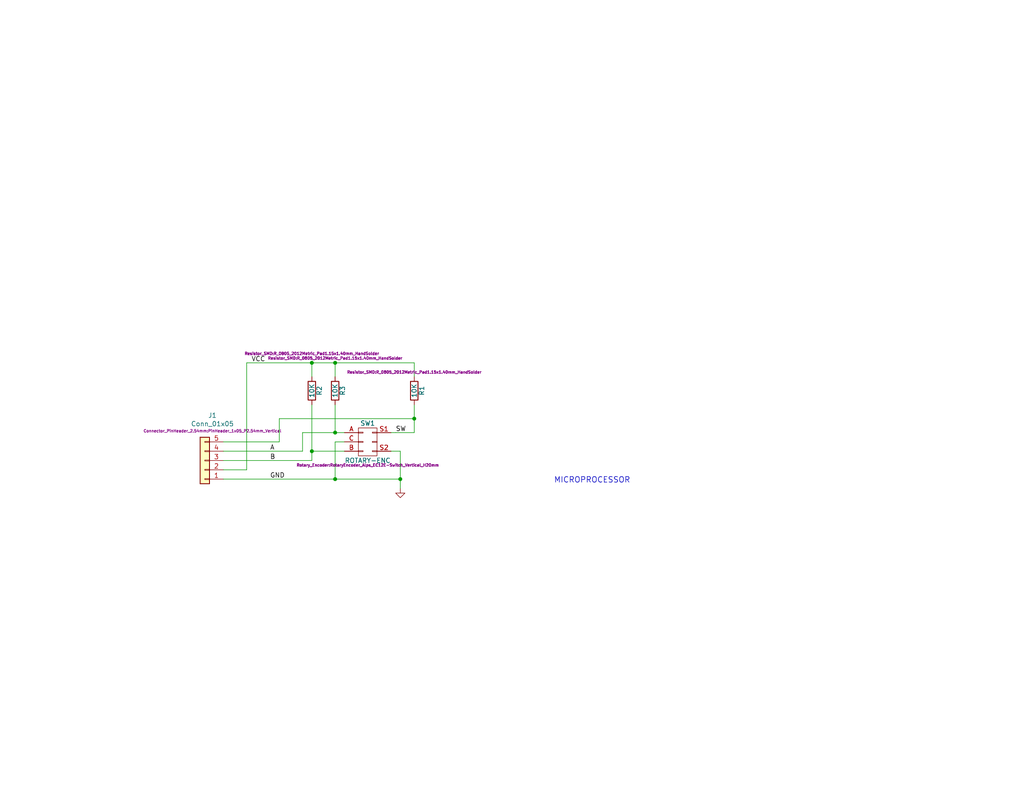
<source format=kicad_sch>
(kicad_sch (version 20211123) (generator eeschema)
  (paper "A")
  (title_block (title "TINYGRID85") (date "28 mar 2015") (rev "X2") (company "land-boards.com"))
  (lib_symbols
    (symbol "Connector_Generic:Conn_01x05" (pin_names (offset 1.016) hide)
      (property "Reference" "J" (at 0 7.62 0))
      (property "Value" "Conn_01x05" (at 0 -7.62 0))
      (symbol "Conn_01x05_1_1"
        (rectangle (start -1.27 -4.953) (end 0 -5.207) (stroke (width 0.1524)))
        (rectangle (start -1.27 -2.413) (end 0 -2.667) (stroke (width 0.1524)))
        (rectangle (start -1.27 0.127) (end 0 -0.127) (stroke (width 0.1524)))
        (rectangle (start -1.27 2.667) (end 0 2.413) (stroke (width 0.1524)))
        (rectangle (start -1.27 5.207) (end 0 4.953) (stroke (width 0.1524)))
        (rectangle (start -1.27 6.35) (end 1.27 -6.35) (stroke (width 0.254)) (fill (type background)))
        (pin passive line (at -5.08 5.08 0) (length 3.81) (name "Pin_1") (number "1"))
        (pin passive line (at -5.08 2.54 0) (length 3.81) (name "Pin_2") (number "2"))
        (pin passive line (at -5.08 0 0) (length 3.81) (name "Pin_3") (number "3"))
        (pin passive line (at -5.08 -2.54 0) (length 3.81) (name "Pin_4") (number "4"))
        (pin passive line (at -5.08 -5.08 0) (length 3.81) (name "Pin_5") (number "5"))
      )
    )
    (symbol "Device:R" (pin_numbers hide) (pin_names (offset 0))
      (property "Reference" "R" (at 2.032 0 90))
      (property "Value" "R" (at 0 0 90))
      (symbol "R_0_1"
        (rectangle (start -1.016 -2.54) (end 1.016 2.54) (stroke (width 0.254)))
      )
      (symbol "R_1_1"
        (pin passive line (at 0 3.81 270) (length 1.27) (name "~") (number "1"))
        (pin passive line (at 0 -3.81 90) (length 1.27) (name "~") (number "2"))
      )
    )
    (symbol "RotaryEnc-rescue:ROTARY-ENC-NewPot-rescue" (pin_names (offset 0.0254) hide)
      (property "Reference" "P" (at 0 5.08 0))
      (property "Value" "ROTARY-ENC-NewPot-rescue" (at 0 -5.08 0))
      (symbol "ROTARY-ENC-NewPot-rescue_0_1"
        (rectangle (start -2.54 -2.413) (end -1.27 -2.667))
        (rectangle (start -2.54 0.127) (end -1.27 -0.127))
        (rectangle (start -2.54 2.667) (end -1.27 2.413))
        (rectangle (start -2.54 3.81) (end 2.54 -3.81))
        (rectangle (start 1.27 -2.413) (end 2.54 -2.667))
        (rectangle (start 1.27 0.127) (end 2.54 -0.127))
        (rectangle (start 1.27 2.667) (end 2.54 2.413))
      )
      (symbol "ROTARY-ENC-NewPot-rescue_1_1"
        (pin passive line (at -6.35 2.54 0) (length 3.81) (name "A") (number "A"))
        (pin passive line (at -6.35 -2.54 0) (length 3.81) (name "B") (number "B"))
        (pin passive line (at -6.35 0 0) (length 3.81) (name "C") (number "C"))
        (pin passive line (at 6.35 2.54 180) (length 3.81) (name "S1") (number "S1"))
        (pin passive line (at 6.35 -2.54 180) (length 3.81) (name "S2") (number "S2"))
      )
    )
    (symbol "power:GND" (power) (pin_names (offset 0))
      (property "Value" "GND" (at 0 -3.81 0))
      (symbol "GND_0_1"
        (polyline (pts (xy 0 0) (xy 0 -1.27) (xy 1.27 -1.27) (xy 0 -2.54) (xy -1.27 -1.27) (xy 0 -1.27)))
      )
      (symbol "GND_1_1"
        (pin power_in line (at 0 0 270) (length 0) hide (name "GND") (number "1"))
      )
    )
  )
  (junction (at 91.44 99.06))
  (junction (at 91.44 118.11))
  (junction (at 85.09 123.19))
  (junction (at 91.44 130.81))
  (junction (at 85.09 99.06))
  (junction (at 109.22 130.81))
  (junction (at 113.03 114.3))
  (wire (pts (xy 82.55 118.11) (xy 91.44 118.11)))
  (wire (pts (xy 91.44 118.11) (xy 91.44 110.49)))
  (wire (pts (xy 60.96 120.65) (xy 76.2 120.65)))
  (wire (pts (xy 60.96 128.27) (xy 67.31 128.27)))
  (wire (pts (xy 91.44 102.87) (xy 91.44 99.06)))
  (wire (pts (xy 67.31 99.06) (xy 85.09 99.06)))
  (wire (pts (xy 91.44 120.65) (xy 93.98 120.65)))
  (wire (pts (xy 91.44 99.06) (xy 113.03 99.06)))
  (wire (pts (xy 91.44 118.11) (xy 93.98 118.11)))
  (wire (pts (xy 106.68 123.19) (xy 109.22 123.19)))
  (wire (pts (xy 82.55 123.19) (xy 82.55 118.11)))
  (wire (pts (xy 91.44 130.81) (xy 91.44 120.65)))
  (wire (pts (xy 109.22 133.35) (xy 109.22 130.81)))
  (wire (pts (xy 113.03 99.06) (xy 113.03 102.87)))
  (wire (pts (xy 76.2 114.3) (xy 113.03 114.3)))
  (wire (pts (xy 91.44 130.81) (xy 60.96 130.81)))
  (wire (pts (xy 85.09 123.19) (xy 93.98 123.19)))
  (wire (pts (xy 109.22 123.19) (xy 109.22 130.81)))
  (wire (pts (xy 85.09 123.19) (xy 85.09 110.49)))
  (wire (pts (xy 60.96 123.19) (xy 82.55 123.19)))
  (wire (pts (xy 85.09 125.73) (xy 85.09 123.19)))
  (wire (pts (xy 85.09 99.06) (xy 85.09 102.87)))
  (wire (pts (xy 60.96 125.73) (xy 85.09 125.73)))
  (wire (pts (xy 113.03 114.3) (xy 113.03 118.11)))
  (wire (pts (xy 85.09 99.06) (xy 91.44 99.06)))
  (wire (pts (xy 67.31 128.27) (xy 67.31 99.06)))
  (wire (pts (xy 113.03 110.49) (xy 113.03 114.3)))
  (wire (pts (xy 76.2 120.65) (xy 76.2 114.3)))
  (wire (pts (xy 106.68 118.11) (xy 113.03 118.11)))
  (wire (pts (xy 91.44 130.81) (xy 109.22 130.81)))
  (text "MICROPROCESSOR" (at 151.13 132.08 0) (effects (font (size 1.524 1.524)) (justify left bottom)))
  (label "B" (at 73.66 125.73 0))
  (label "sw" (at 107.95 118.11 0) (effects (font (size 0 0))))
  (label "SW" (at 107.95 118.11 0))
  (label "VCC" (at 68.58 99.06 0))
  (label "A" (at 73.66 123.19 0))
  (label "GND" (at 73.66 130.81 0))
  (symbol (lib_id "Device:R") (at 113.03 106.68 0) (unit 1)
    (property "Reference" "R1" (at 115.062 106.68 90))
    (property "Value" "10K" (at 113.03 106.68 90))
    (property "Footprint" "Resistor_SMD:R_0805_2012Metric_Pad1.15x1.40mm_HandSolder" (at 113.03 101.6 0) (effects (font (size 0.762 0.762))))
  )
  (symbol (lib_id "power:GND") (at 109.22 133.35 0) (unit 1)
    (property "Reference" "#PWR01" (effects hide))
    (property "Value" "GND" (effects hide))
  )
  (symbol (lib_id "RotaryEnc-rescue:ROTARY-ENC-NewPot-rescue") (at 100.33 120.65 0) (unit 1)
    (property "Reference" "SW1" (at 100.33 115.57 0))
    (property "Value" "ROTARY-ENC" (at 100.33 125.73 0))
    (property "Footprint" "Rotary_Encoder:RotaryEncoder_Alps_EC12E-Switch_Vertical_H20mm" (at 100.33 127 0) (effects (font (size 0.762 0.762))))
  )
  (symbol (lib_id "Device:R") (at 91.44 106.68 0) (unit 1)
    (property "Reference" "R3" (at 93.472 106.68 90))
    (property "Value" "10K" (at 91.44 106.68 90))
    (property "Footprint" "Resistor_SMD:R_0805_2012Metric_Pad1.15x1.40mm_HandSolder" (at 91.44 97.79 0) (effects (font (size 0.762 0.762))))
  )
  (symbol (lib_id "Device:R") (at 85.09 106.68 0) (unit 1)
    (property "Reference" "R2" (at 87.122 106.68 90))
    (property "Value" "10K" (at 85.09 106.68 90))
    (property "Footprint" "Resistor_SMD:R_0805_2012Metric_Pad1.15x1.40mm_HandSolder" (at 85.09 96.52 0) (effects (font (size 0.762 0.762))))
  )
  (symbol (lib_id "Connector_Generic:Conn_01x05") (at 55.88 125.73 180) (unit 1)
    (property "Reference" "J1" (at 57.9628 113.411 0))
    (property "Value" "Conn_01x05" (at 57.9628 115.7224 0))
    (property "Footprint" "Connector_PinHeader_2.54mm:PinHeader_1x05_P2.54mm_Vertical" (at 57.9628 117.6528 0) (effects (font (size 0.762 0.762))))
  )
)
</source>
